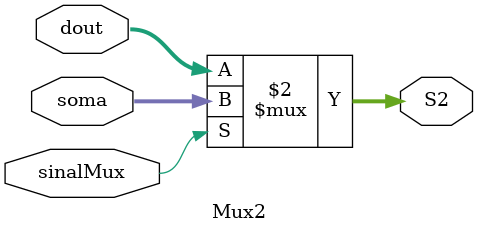
<source format=v>
module adder (a,b,sinal, soma);

input signed [63:0] a, b;
output signed [63:0] soma;
input sinal;


assign soma = (sinal == 1'b0) ? (a + b):(a-b);
            
endmodule

module memoria(ads, clk, we, din, dout);
  
input [63 :0] ads;
input clk;
input we;
input signed [63:0] din;
output reg signed [63:0] dout;
reg signed [63:0] registradores [31:0]; // Registradores

initial begin
   
    registradores[0] = 45;
    registradores[1] = 11;
    
end

always@(posedge clk) begin

    $display("Registrador da memoria que recebe STORE         :", registradores[2]); 

    if (we)
        begin
          registradores[ads] <= din; // Escreve na memoria
        end
    else 
        begin
            dout <= registradores[ads]; // Lê a memoria
        end
end


endmodule

module registrador (clk, din, we, Rw, Ra, Rb, doutA, doutB);
    input clk;             // Clock do sistema
    input signed [63:0] din; // Dados de entrada  
    input we;          // Sinal de carregamento de dados
    output reg signed [64-1:0] doutA; 
    output reg signed [64-1:0]  doutB; // Dados de saída
    input [63:0] Rw;
    input [63:0] Ra;
    input [63:0] Rb;

    reg signed [63:0] registradores [31:0]; //Registradores

    initial begin
        
        registradores[0] = 0;
        registradores[1] = 1;
        registradores[5] = 2;
        registradores[6] = 36;

    end

    always @(posedge clk) begin

        $display("Registrador do banco onde ocorre o primeiro LOAD:", registradores[1]); 
        $display("Registrador do banco onde ocorre o segundo LOAD :", registradores[2]); 
        $display("Registrador do banco onde ocorre o primeiro ADD :", registradores[3]); 
        $display("Registrador do banco onde ocorre o primeiro SUB :", registradores[4]); 
        
        

        if (we) begin // Se o sinal de carregamento de dados estiver ativo
            registradores[Rw] <= din; // Carrega os dados de entrada no registrador
          
    
        end
        begin
            doutA <= registradores[Ra]; // Lê os dados do registrador 
            doutB <= registradores[Rb]; // Lê os dados do registrador 

    end
    end

    

endmodule

module Mux1 (C,Rb,sinalMux,S1 );

input signed [63:0] C, Rb;
output signed [63:0] S1;
input sinalMux;


assign S1 = (sinalMux == 1'b0) ? C: Rb;
            
endmodule


module Mux2 (dout, soma ,sinalMux, S2);

input signed [63:0] dout, soma;
output signed [63:0] S2;
input sinalMux;


assign S2 = (sinalMux == 1'b0) ? (dout):(soma);
            
endmodule
</source>
